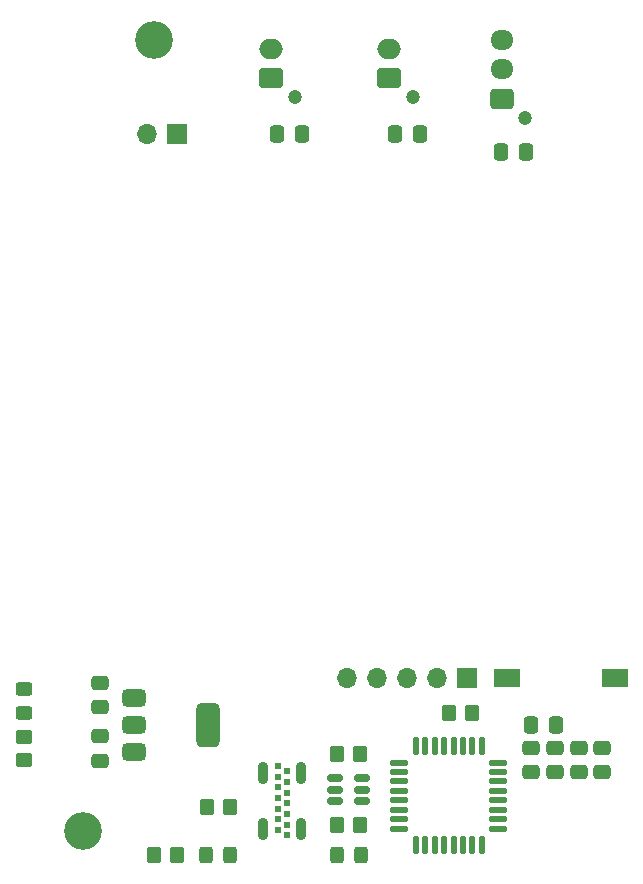
<source format=gbr>
%TF.GenerationSoftware,KiCad,Pcbnew,8.0.8*%
%TF.CreationDate,2025-01-17T17:00:29+08:00*%
%TF.ProjectId,The Button,54686520-4275-4747-946f-6e2e6b696361,rev?*%
%TF.SameCoordinates,Original*%
%TF.FileFunction,Soldermask,Top*%
%TF.FilePolarity,Negative*%
%FSLAX46Y46*%
G04 Gerber Fmt 4.6, Leading zero omitted, Abs format (unit mm)*
G04 Created by KiCad (PCBNEW 8.0.8) date 2025-01-17 17:00:29*
%MOMM*%
%LPD*%
G01*
G04 APERTURE LIST*
G04 Aperture macros list*
%AMRoundRect*
0 Rectangle with rounded corners*
0 $1 Rounding radius*
0 $2 $3 $4 $5 $6 $7 $8 $9 X,Y pos of 4 corners*
0 Add a 4 corners polygon primitive as box body*
4,1,4,$2,$3,$4,$5,$6,$7,$8,$9,$2,$3,0*
0 Add four circle primitives for the rounded corners*
1,1,$1+$1,$2,$3*
1,1,$1+$1,$4,$5*
1,1,$1+$1,$6,$7*
1,1,$1+$1,$8,$9*
0 Add four rect primitives between the rounded corners*
20,1,$1+$1,$2,$3,$4,$5,0*
20,1,$1+$1,$4,$5,$6,$7,0*
20,1,$1+$1,$6,$7,$8,$9,0*
20,1,$1+$1,$8,$9,$2,$3,0*%
G04 Aperture macros list end*
%ADD10C,3.200000*%
%ADD11R,1.700000X1.700000*%
%ADD12O,1.700000X1.700000*%
%ADD13RoundRect,0.250000X-0.350000X-0.450000X0.350000X-0.450000X0.350000X0.450000X-0.350000X0.450000X0*%
%ADD14RoundRect,0.250000X0.475000X-0.337500X0.475000X0.337500X-0.475000X0.337500X-0.475000X-0.337500X0*%
%ADD15RoundRect,0.250000X-0.325000X-0.450000X0.325000X-0.450000X0.325000X0.450000X-0.325000X0.450000X0*%
%ADD16RoundRect,0.375000X-0.625000X-0.375000X0.625000X-0.375000X0.625000X0.375000X-0.625000X0.375000X0*%
%ADD17RoundRect,0.500000X-0.500000X-1.400000X0.500000X-1.400000X0.500000X1.400000X-0.500000X1.400000X0*%
%ADD18RoundRect,0.250000X-0.337500X-0.475000X0.337500X-0.475000X0.337500X0.475000X-0.337500X0.475000X0*%
%ADD19RoundRect,0.150000X0.512500X0.150000X-0.512500X0.150000X-0.512500X-0.150000X0.512500X-0.150000X0*%
%ADD20C,1.200000*%
%ADD21RoundRect,0.250000X0.750000X-0.600000X0.750000X0.600000X-0.750000X0.600000X-0.750000X-0.600000X0*%
%ADD22O,2.000000X1.700000*%
%ADD23RoundRect,0.250000X-0.450000X0.325000X-0.450000X-0.325000X0.450000X-0.325000X0.450000X0.325000X0*%
%ADD24RoundRect,0.250000X0.450000X-0.350000X0.450000X0.350000X-0.450000X0.350000X-0.450000X-0.350000X0*%
%ADD25RoundRect,0.250000X0.350000X0.450000X-0.350000X0.450000X-0.350000X-0.450000X0.350000X-0.450000X0*%
%ADD26RoundRect,0.250000X0.725000X-0.600000X0.725000X0.600000X-0.725000X0.600000X-0.725000X-0.600000X0*%
%ADD27O,1.950000X1.700000*%
%ADD28O,0.889000X1.905000*%
%ADD29C,0.609600*%
%ADD30R,2.180000X1.600000*%
%ADD31RoundRect,0.125000X0.625000X0.125000X-0.625000X0.125000X-0.625000X-0.125000X0.625000X-0.125000X0*%
%ADD32RoundRect,0.125000X0.125000X0.625000X-0.125000X0.625000X-0.125000X-0.625000X0.125000X-0.625000X0*%
G04 APERTURE END LIST*
D10*
%TO.C,H2*%
X160000000Y-27500000D03*
%TD*%
D11*
%TO.C,J7*%
X162000000Y-35500000D03*
D12*
X159460000Y-35500000D03*
%TD*%
D13*
%TO.C,R7*%
X175500000Y-94000000D03*
X177500000Y-94000000D03*
%TD*%
D14*
%TO.C,C3*%
X194000000Y-89537500D03*
X194000000Y-87462500D03*
%TD*%
%TO.C,C8*%
X155500000Y-88537500D03*
X155500000Y-86462500D03*
%TD*%
D15*
%TO.C,D4*%
X164450000Y-96500000D03*
X166500000Y-96500000D03*
%TD*%
D16*
%TO.C,U1*%
X158350000Y-83200000D03*
X158350000Y-85500000D03*
D17*
X164650000Y-85500000D03*
D16*
X158350000Y-87800000D03*
%TD*%
D12*
%TO.C,J5*%
X176390000Y-81500000D03*
X178930000Y-81500000D03*
X181470000Y-81500000D03*
X184010000Y-81500000D03*
D11*
X186550000Y-81500000D03*
%TD*%
D18*
%TO.C,C1*%
X170462500Y-35500000D03*
X172537500Y-35500000D03*
%TD*%
D19*
%TO.C,U5*%
X177637500Y-91950000D03*
X177637500Y-91000000D03*
X177637500Y-90050000D03*
X175362500Y-90050000D03*
X175362500Y-91000000D03*
X175362500Y-91950000D03*
%TD*%
D20*
%TO.C,J1*%
X171975000Y-32350000D03*
D21*
X169975000Y-30750000D03*
D22*
X169975000Y-28250000D03*
%TD*%
D13*
%TO.C,R10*%
X175500000Y-88000000D03*
X177500000Y-88000000D03*
%TD*%
D23*
%TO.C,D1*%
X149000000Y-82475000D03*
X149000000Y-84525000D03*
%TD*%
D18*
%TO.C,C2*%
X180462500Y-35500000D03*
X182537500Y-35500000D03*
%TD*%
D10*
%TO.C,H1*%
X154000000Y-94500000D03*
%TD*%
D24*
%TO.C,R1*%
X149000000Y-88500000D03*
X149000000Y-86500000D03*
%TD*%
D14*
%TO.C,C6*%
X198000000Y-89537500D03*
X198000000Y-87462500D03*
%TD*%
D25*
%TO.C,R6*%
X162000000Y-96500000D03*
X160000000Y-96500000D03*
%TD*%
D18*
%TO.C,C10*%
X191962500Y-85500000D03*
X194037500Y-85500000D03*
%TD*%
D25*
%TO.C,R11*%
X166500000Y-92500000D03*
X164500000Y-92500000D03*
%TD*%
D15*
%TO.C,D3*%
X175500000Y-96500000D03*
X177550000Y-96500000D03*
%TD*%
D13*
%TO.C,R5*%
X185000000Y-84500000D03*
X187000000Y-84500000D03*
%TD*%
D20*
%TO.C,J6*%
X191475000Y-34100000D03*
D26*
X189475000Y-32500000D03*
D27*
X189475000Y-30000000D03*
X189475000Y-27500000D03*
%TD*%
D28*
%TO.C,J2*%
X169300000Y-89549998D03*
X172500000Y-89549998D03*
X169300000Y-94349999D03*
X172500000Y-94349999D03*
D29*
X170500000Y-94399999D03*
X170500000Y-93499998D03*
X170500000Y-92600000D03*
X170500000Y-91699999D03*
X170500000Y-90799999D03*
X170500000Y-89900000D03*
X170500000Y-89000000D03*
X171280001Y-89450000D03*
X171280001Y-90350000D03*
X171280001Y-91249999D03*
X171280001Y-92149999D03*
X171280001Y-93050000D03*
X171280001Y-93949998D03*
X171280001Y-94849999D03*
%TD*%
D30*
%TO.C,SW8*%
X199090000Y-81500000D03*
X189910000Y-81500000D03*
%TD*%
D14*
%TO.C,C9*%
X155500000Y-84037500D03*
X155500000Y-81962500D03*
%TD*%
D18*
%TO.C,C5*%
X189462500Y-37000000D03*
X191537500Y-37000000D03*
%TD*%
D14*
%TO.C,C7*%
X196000000Y-89537500D03*
X196000000Y-87462500D03*
%TD*%
%TO.C,C4*%
X192000000Y-89537500D03*
X192000000Y-87462500D03*
%TD*%
D31*
%TO.C,U2*%
X189175000Y-94300000D03*
X189175000Y-93500000D03*
X189175000Y-92700000D03*
X189175000Y-91900000D03*
X189175000Y-91100000D03*
X189175000Y-90300000D03*
X189175000Y-89500000D03*
X189175000Y-88700000D03*
D32*
X187800000Y-87325000D03*
X187000000Y-87325000D03*
X186200000Y-87325000D03*
X185400000Y-87325000D03*
X184600000Y-87325000D03*
X183800000Y-87325000D03*
X183000000Y-87325000D03*
X182200000Y-87325000D03*
D31*
X180825000Y-88700000D03*
X180825000Y-89500000D03*
X180825000Y-90300000D03*
X180825000Y-91100000D03*
X180825000Y-91900000D03*
X180825000Y-92700000D03*
X180825000Y-93500000D03*
X180825000Y-94300000D03*
D32*
X182200000Y-95675000D03*
X183000000Y-95675000D03*
X183800000Y-95675000D03*
X184600000Y-95675000D03*
X185400000Y-95675000D03*
X186200000Y-95675000D03*
X187000000Y-95675000D03*
X187800000Y-95675000D03*
%TD*%
D20*
%TO.C,J4*%
X181975000Y-32350000D03*
D21*
X179975000Y-30750000D03*
D22*
X179975000Y-28250000D03*
%TD*%
M02*

</source>
